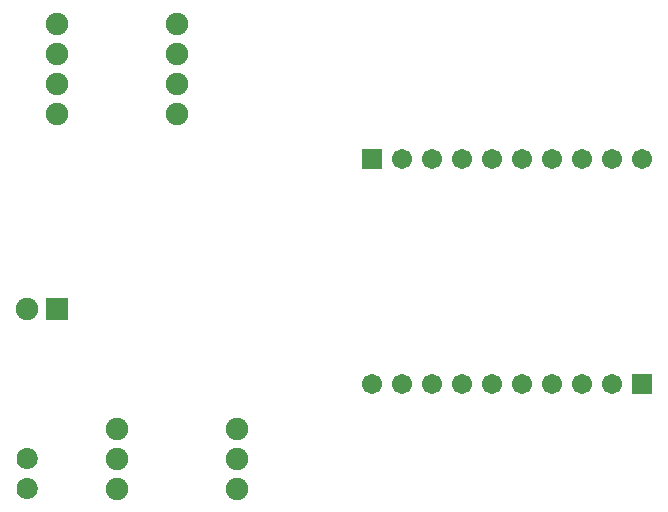
<source format=gbl>
G04 MADE WITH FRITZING*
G04 WWW.FRITZING.ORG*
G04 DOUBLE SIDED*
G04 HOLES PLATED*
G04 CONTOUR ON CENTER OF CONTOUR VECTOR*
%ASAXBY*%
%FSLAX23Y23*%
%MOIN*%
%OFA0B0*%
%SFA1.0B1.0*%
%ADD10C,0.067559*%
%ADD11C,0.075000*%
%ADD12C,0.070000*%
%ADD13R,0.067559X0.067559*%
%ADD14R,0.075000X0.075000*%
%ADD15R,0.001000X0.001000*%
%LNCOPPER0*%
G90*
G70*
G54D10*
X2372Y522D03*
X2272Y522D03*
X2172Y522D03*
X2072Y522D03*
X1972Y522D03*
X1872Y522D03*
X1772Y522D03*
X1672Y522D03*
X1572Y522D03*
X1472Y522D03*
X1472Y1272D03*
X1572Y1272D03*
X1672Y1272D03*
X1772Y1272D03*
X1872Y1272D03*
X1972Y1272D03*
X2072Y1272D03*
X2172Y1272D03*
X2272Y1272D03*
X2372Y1272D03*
G54D11*
X422Y1722D03*
X822Y1722D03*
X422Y1622D03*
X822Y1622D03*
X422Y1522D03*
X822Y1522D03*
X422Y1422D03*
X822Y1422D03*
X622Y372D03*
X1022Y372D03*
X622Y172D03*
X1022Y172D03*
X622Y272D03*
X1022Y272D03*
G54D12*
X322Y272D03*
X322Y172D03*
G54D11*
X422Y772D03*
X322Y772D03*
G54D13*
X2372Y522D03*
X1472Y1272D03*
G54D14*
X422Y772D03*
G54D15*
X317Y307D02*
X326Y307D01*
X313Y306D02*
X330Y306D01*
X310Y305D02*
X333Y305D01*
X308Y304D02*
X336Y304D01*
X305Y303D02*
X338Y303D01*
X304Y302D02*
X340Y302D01*
X302Y301D02*
X341Y301D01*
X301Y300D02*
X343Y300D01*
X299Y299D02*
X344Y299D01*
X298Y298D02*
X345Y298D01*
X297Y297D02*
X346Y297D01*
X296Y296D02*
X347Y296D01*
X295Y295D02*
X348Y295D01*
X295Y294D02*
X349Y294D01*
X294Y293D02*
X349Y293D01*
X293Y292D02*
X350Y292D01*
X293Y291D02*
X351Y291D01*
X292Y290D02*
X351Y290D01*
X292Y289D02*
X352Y289D01*
X291Y288D02*
X352Y288D01*
X291Y287D02*
X317Y287D01*
X326Y287D02*
X353Y287D01*
X290Y286D02*
X315Y286D01*
X329Y286D02*
X353Y286D01*
X290Y285D02*
X313Y285D01*
X331Y285D02*
X354Y285D01*
X289Y284D02*
X312Y284D01*
X332Y284D02*
X354Y284D01*
X289Y283D02*
X311Y283D01*
X333Y283D02*
X354Y283D01*
X289Y282D02*
X310Y282D01*
X334Y282D02*
X355Y282D01*
X288Y281D02*
X309Y281D01*
X335Y281D02*
X355Y281D01*
X288Y280D02*
X308Y280D01*
X335Y280D02*
X355Y280D01*
X288Y279D02*
X308Y279D01*
X336Y279D02*
X355Y279D01*
X288Y278D02*
X307Y278D01*
X336Y278D02*
X356Y278D01*
X288Y277D02*
X307Y277D01*
X337Y277D02*
X356Y277D01*
X287Y276D02*
X307Y276D01*
X337Y276D02*
X356Y276D01*
X287Y275D02*
X306Y275D01*
X337Y275D02*
X356Y275D01*
X287Y274D02*
X306Y274D01*
X337Y274D02*
X356Y274D01*
X287Y273D02*
X306Y273D01*
X337Y273D02*
X356Y273D01*
X287Y272D02*
X306Y272D01*
X337Y272D02*
X356Y272D01*
X287Y271D02*
X306Y271D01*
X337Y271D02*
X356Y271D01*
X287Y270D02*
X306Y270D01*
X337Y270D02*
X356Y270D01*
X287Y269D02*
X306Y269D01*
X337Y269D02*
X356Y269D01*
X288Y268D02*
X307Y268D01*
X337Y268D02*
X356Y268D01*
X288Y267D02*
X307Y267D01*
X336Y267D02*
X356Y267D01*
X288Y266D02*
X307Y266D01*
X336Y266D02*
X355Y266D01*
X288Y265D02*
X308Y265D01*
X335Y265D02*
X355Y265D01*
X288Y264D02*
X309Y264D01*
X335Y264D02*
X355Y264D01*
X289Y263D02*
X310Y263D01*
X334Y263D02*
X355Y263D01*
X289Y262D02*
X310Y262D01*
X333Y262D02*
X354Y262D01*
X289Y261D02*
X312Y261D01*
X332Y261D02*
X354Y261D01*
X290Y260D02*
X313Y260D01*
X331Y260D02*
X354Y260D01*
X290Y259D02*
X314Y259D01*
X329Y259D02*
X353Y259D01*
X291Y258D02*
X317Y258D01*
X327Y258D02*
X353Y258D01*
X291Y257D02*
X352Y257D01*
X291Y256D02*
X352Y256D01*
X292Y255D02*
X351Y255D01*
X293Y254D02*
X351Y254D01*
X293Y253D02*
X350Y253D01*
X294Y252D02*
X349Y252D01*
X295Y251D02*
X349Y251D01*
X295Y250D02*
X348Y250D01*
X296Y249D02*
X347Y249D01*
X297Y248D02*
X346Y248D01*
X298Y247D02*
X345Y247D01*
X299Y246D02*
X344Y246D01*
X301Y245D02*
X343Y245D01*
X302Y244D02*
X341Y244D01*
X304Y243D02*
X340Y243D01*
X305Y242D02*
X338Y242D01*
X307Y241D02*
X336Y241D01*
X310Y240D02*
X334Y240D01*
X312Y239D02*
X331Y239D01*
X317Y238D02*
X327Y238D01*
X317Y207D02*
X326Y207D01*
X313Y206D02*
X331Y206D01*
X310Y205D02*
X333Y205D01*
X308Y204D02*
X336Y204D01*
X305Y203D02*
X338Y203D01*
X304Y202D02*
X340Y202D01*
X302Y201D02*
X341Y201D01*
X301Y200D02*
X343Y200D01*
X299Y199D02*
X344Y199D01*
X298Y198D02*
X345Y198D01*
X297Y197D02*
X346Y197D01*
X296Y196D02*
X347Y196D01*
X295Y195D02*
X348Y195D01*
X295Y194D02*
X349Y194D01*
X294Y193D02*
X349Y193D01*
X293Y192D02*
X350Y192D01*
X293Y191D02*
X351Y191D01*
X292Y190D02*
X351Y190D01*
X292Y189D02*
X352Y189D01*
X291Y188D02*
X352Y188D01*
X291Y187D02*
X317Y187D01*
X326Y187D02*
X353Y187D01*
X290Y186D02*
X314Y186D01*
X329Y186D02*
X353Y186D01*
X290Y185D02*
X313Y185D01*
X331Y185D02*
X354Y185D01*
X289Y184D02*
X312Y184D01*
X332Y184D02*
X354Y184D01*
X289Y183D02*
X311Y183D01*
X333Y183D02*
X354Y183D01*
X289Y182D02*
X310Y182D01*
X334Y182D02*
X355Y182D01*
X288Y181D02*
X309Y181D01*
X335Y181D02*
X355Y181D01*
X288Y180D02*
X308Y180D01*
X335Y180D02*
X355Y180D01*
X288Y179D02*
X308Y179D01*
X336Y179D02*
X355Y179D01*
X288Y178D02*
X307Y178D01*
X336Y178D02*
X356Y178D01*
X288Y177D02*
X307Y177D01*
X337Y177D02*
X356Y177D01*
X287Y176D02*
X307Y176D01*
X337Y176D02*
X356Y176D01*
X287Y175D02*
X306Y175D01*
X337Y175D02*
X356Y175D01*
X287Y174D02*
X306Y174D01*
X337Y174D02*
X356Y174D01*
X287Y173D02*
X306Y173D01*
X337Y173D02*
X356Y173D01*
X287Y172D02*
X306Y172D01*
X337Y172D02*
X356Y172D01*
X287Y171D02*
X306Y171D01*
X337Y171D02*
X356Y171D01*
X287Y170D02*
X306Y170D01*
X337Y170D02*
X356Y170D01*
X287Y169D02*
X307Y169D01*
X337Y169D02*
X356Y169D01*
X288Y168D02*
X307Y168D01*
X337Y168D02*
X356Y168D01*
X288Y167D02*
X307Y167D01*
X336Y167D02*
X356Y167D01*
X288Y166D02*
X308Y166D01*
X336Y166D02*
X355Y166D01*
X288Y165D02*
X308Y165D01*
X335Y165D02*
X355Y165D01*
X288Y164D02*
X309Y164D01*
X335Y164D02*
X355Y164D01*
X289Y163D02*
X310Y163D01*
X334Y163D02*
X355Y163D01*
X289Y162D02*
X310Y162D01*
X333Y162D02*
X354Y162D01*
X289Y161D02*
X312Y161D01*
X332Y161D02*
X354Y161D01*
X290Y160D02*
X313Y160D01*
X331Y160D02*
X354Y160D01*
X290Y159D02*
X314Y159D01*
X329Y159D02*
X353Y159D01*
X291Y158D02*
X317Y158D01*
X326Y158D02*
X353Y158D01*
X291Y157D02*
X352Y157D01*
X291Y156D02*
X352Y156D01*
X292Y155D02*
X351Y155D01*
X293Y154D02*
X351Y154D01*
X293Y153D02*
X350Y153D01*
X294Y152D02*
X349Y152D01*
X295Y151D02*
X349Y151D01*
X295Y150D02*
X348Y150D01*
X296Y149D02*
X347Y149D01*
X297Y148D02*
X346Y148D01*
X298Y147D02*
X345Y147D01*
X299Y146D02*
X344Y146D01*
X301Y145D02*
X343Y145D01*
X302Y144D02*
X341Y144D01*
X304Y143D02*
X340Y143D01*
X305Y142D02*
X338Y142D01*
X307Y141D02*
X336Y141D01*
X310Y140D02*
X334Y140D01*
X313Y139D02*
X331Y139D01*
X317Y138D02*
X327Y138D01*
D02*
G04 End of Copper0*
M02*
</source>
